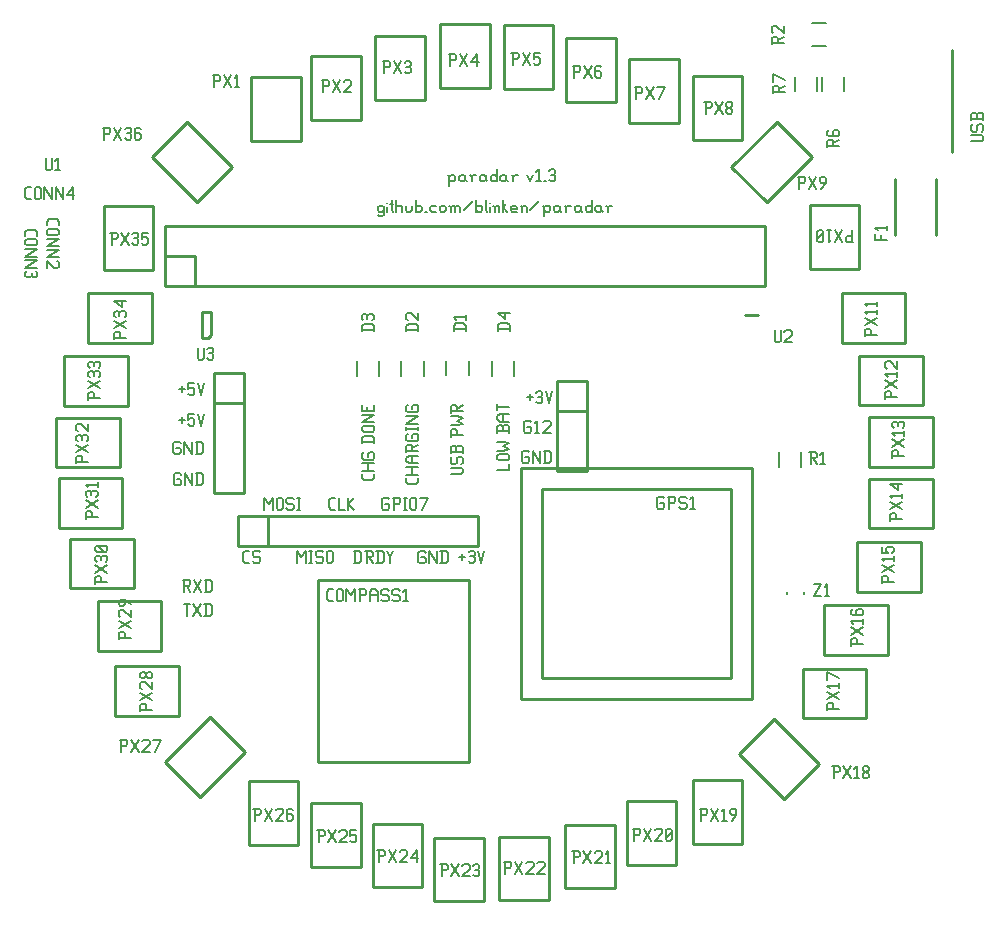
<source format=gbr>
G04 start of page 8 for group -4079 idx -4079 *
G04 Title: (unknown), topsilk *
G04 Creator: pcb 4.2.0 *
G04 CreationDate: Fri Feb 14 02:49:43 2020 UTC *
G04 For: blinken *
G04 Format: Gerber/RS-274X *
G04 PCB-Dimensions (mm): 90.16 90.16 *
G04 PCB-Coordinate-Origin: lower left *
%MOMM*%
%FSLAX43Y43*%
%LNTOPSILK*%
%ADD70C,0.203*%
%ADD69C,0.254*%
%ADD68C,0.200*%
G54D68*X33560Y48798D02*Y48468D01*
X33382Y48290D02*X33560Y48468D01*
X32722Y48290D02*X33382D01*
X32722D02*X32544Y48468D01*
Y48798D02*Y48468D01*
Y49103D02*X33560D01*
X32544Y49738D02*X33560D01*
X33052D02*Y49103D01*
X32798Y50043D02*X33560D01*
X32798D02*X32544Y50221D01*
Y50500D02*Y50221D01*
Y50500D02*X32798Y50678D01*
X33560D01*
X33052D02*Y50043D01*
X32544Y51491D02*Y50983D01*
Y51491D02*X32671Y51618D01*
X32925D01*
X33052Y51491D02*X32925Y51618D01*
X33052Y51491D02*Y51110D01*
X32544D02*X33560D01*
X33052Y51313D02*X33560Y51618D01*
X32544Y52430D02*X32671Y52557D01*
X32544Y52430D02*Y52049D01*
X32671Y51922D02*X32544Y52049D01*
X32671Y51922D02*X33433D01*
X33560Y52049D01*
Y52430D02*Y52049D01*
Y52430D02*X33433Y52557D01*
X33179D02*X33433D01*
X33052Y52430D02*X33179Y52557D01*
X33052Y52430D02*Y52176D01*
X32544Y53116D02*Y52862D01*
Y52989D02*X33560D01*
Y53116D02*Y52862D01*
X32544Y53421D02*X33560D01*
X32544D02*X33560Y54056D01*
X32544D02*X33560D01*
X32544Y54869D02*X32671Y54996D01*
X32544Y54869D02*Y54488D01*
X32671Y54361D02*X32544Y54488D01*
X32671Y54361D02*X33433D01*
X33560Y54488D01*
Y54869D02*Y54488D01*
Y54869D02*X33433Y54996D01*
X33179D02*X33433D01*
X33052Y54869D02*X33179Y54996D01*
X33052Y54869D02*Y54615D01*
X29810Y49128D02*Y48798D01*
X29632Y48620D02*X29810Y48798D01*
X28972Y48620D02*X29632D01*
X28972D02*X28794Y48798D01*
Y49128D02*Y48798D01*
Y49433D02*X29810D01*
X28794Y50068D02*X29810D01*
X29302D02*Y49433D01*
X28794Y50881D02*X28921Y51008D01*
X28794Y50881D02*Y50500D01*
X28921Y50373D02*X28794Y50500D01*
X28921Y50373D02*X29683D01*
X29810Y50500D01*
Y50881D02*Y50500D01*
Y50881D02*X29683Y51008D01*
X29429D02*X29683D01*
X29302Y50881D02*X29429Y51008D01*
X29302Y50881D02*Y50627D01*
X28794Y51897D02*X29810D01*
X28794Y52227D02*X28972Y52405D01*
X29632D01*
X29810Y52227D02*X29632Y52405D01*
X29810Y52227D02*Y51770D01*
X28794Y52227D02*Y51770D01*
X28921Y52710D02*X29683D01*
X28921D02*X28794Y52837D01*
Y53091D02*Y52837D01*
Y53091D02*X28921Y53218D01*
X29683D01*
X29810Y53091D02*X29683Y53218D01*
X29810Y53091D02*Y52837D01*
X29683Y52710D02*X29810Y52837D01*
X28794Y53522D02*X29810D01*
X28794D02*X29810Y54157D01*
X28794D02*X29810D01*
X29251Y54843D02*Y54462D01*
X29810Y54970D02*Y54462D01*
X28794D02*X29810D01*
X28794Y54970D02*Y54462D01*
X36324Y49170D02*X37213D01*
X37340Y49297D01*
Y49551D02*Y49297D01*
Y49551D02*X37213Y49678D01*
X36324D02*X37213D01*
X36324Y50491D02*X36451Y50618D01*
X36324Y50491D02*Y50110D01*
X36451Y49983D02*X36324Y50110D01*
X36451Y49983D02*X36705D01*
X36832Y50110D01*
Y50491D02*Y50110D01*
Y50491D02*X36959Y50618D01*
X37213D01*
X37340Y50491D02*X37213Y50618D01*
X37340Y50491D02*Y50110D01*
X37213Y49983D02*X37340Y50110D01*
Y51431D02*Y50923D01*
Y51431D02*X37213Y51558D01*
X36908D02*X37213D01*
X36781Y51431D02*X36908Y51558D01*
X36781Y51431D02*Y51050D01*
X36324D02*X37340D01*
X36324Y51431D02*Y50923D01*
Y51431D02*X36451Y51558D01*
X36654D01*
X36781Y51431D02*X36654Y51558D01*
X36324Y52447D02*X37340D01*
X36324Y52828D02*Y52320D01*
Y52828D02*X36451Y52955D01*
X36705D01*
X36832Y52828D02*X36705Y52955D01*
X36832Y52828D02*Y52447D01*
X36324Y53260D02*X36832D01*
X37340Y53387D01*
X36832Y53641D01*
X37340Y53895D01*
X36832Y54022D01*
X36324D02*X36832D01*
X36324Y54834D02*Y54326D01*
Y54834D02*X36451Y54961D01*
X36705D01*
X36832Y54834D02*X36705Y54961D01*
X36832Y54834D02*Y54453D01*
X36324D02*X37340D01*
X36832Y54657D02*X37340Y54961D01*
X13290Y56348D02*X13798D01*
X13544Y56602D02*Y56094D01*
X14103Y56856D02*X14611D01*
X14103D02*Y56348D01*
X14230Y56475D01*
X14484D01*
X14611Y56348D01*
Y55967D01*
X14484Y55840D02*X14611Y55967D01*
X14230Y55840D02*X14484D01*
X14103Y55967D02*X14230Y55840D01*
X14916Y56856D02*X15170Y55840D01*
X15424Y56856D01*
X13290Y53758D02*X13798D01*
X13544Y54012D02*Y53504D01*
X14103Y54266D02*X14611D01*
X14103D02*Y53758D01*
X14230Y53885D01*
X14484D01*
X14611Y53758D01*
Y53377D01*
X14484Y53250D02*X14611Y53377D01*
X14230Y53250D02*X14484D01*
X14103Y53377D02*X14230Y53250D01*
X14916Y54266D02*X15170Y53250D01*
X15424Y54266D01*
X13328Y51866D02*X13455Y51739D01*
X12947Y51866D02*X13328D01*
X12820Y51739D02*X12947Y51866D01*
X12820Y51739D02*Y50977D01*
X12947Y50850D01*
X13328D01*
X13455Y50977D01*
Y51231D02*Y50977D01*
X13328Y51358D02*X13455Y51231D01*
X13074Y51358D02*X13328D01*
X13760Y51866D02*Y50850D01*
Y51866D02*X14395Y50850D01*
Y51866D02*Y50850D01*
X14827Y51866D02*Y50850D01*
X15157Y51866D02*X15335Y51688D01*
Y51028D01*
X15157Y50850D02*X15335Y51028D01*
X14700Y50850D02*X15157D01*
X14700Y51866D02*X15157D01*
X13358Y49236D02*X13485Y49109D01*
X12977Y49236D02*X13358D01*
X12850Y49109D02*X12977Y49236D01*
X12850Y49109D02*Y48347D01*
X12977Y48220D01*
X13358D01*
X13485Y48347D01*
Y48601D02*Y48347D01*
X13358Y48728D02*X13485Y48601D01*
X13104Y48728D02*X13358D01*
X13790Y49236D02*Y48220D01*
Y49236D02*X14425Y48220D01*
Y49236D02*Y48220D01*
X14857Y49236D02*Y48220D01*
X15187Y49236D02*X15365Y49058D01*
Y48398D01*
X15187Y48220D02*X15365Y48398D01*
X14730Y48220D02*X15187D01*
X14730Y49236D02*X15187D01*
X13690Y38176D02*X14198D01*
X13944D02*Y37160D01*
X14503D02*X15138Y38176D01*
X14503D02*X15138Y37160D01*
X15570Y38176D02*Y37160D01*
X15900Y38176D02*X16078Y37998D01*
Y37338D01*
X15900Y37160D02*X16078Y37338D01*
X15443Y37160D02*X15900D01*
X15443Y38176D02*X15900D01*
X13610Y40186D02*X14118D01*
X14245Y40059D01*
Y39805D01*
X14118Y39678D02*X14245Y39805D01*
X13737Y39678D02*X14118D01*
X13737Y40186D02*Y39170D01*
X13940Y39678D02*X14245Y39170D01*
X14550D02*X15185Y40186D01*
X14550D02*X15185Y39170D01*
X15617Y40186D02*Y39170D01*
X15947Y40186D02*X16125Y40008D01*
Y39348D01*
X15947Y39170D02*X16125Y39348D01*
X15490Y39170D02*X15947D01*
X15490Y40186D02*X15947D01*
X40259Y49506D02*X41275D01*
Y50014D02*Y49506D01*
X40386Y50319D02*X41148D01*
X40386D02*X40259Y50446D01*
Y50700D02*Y50446D01*
Y50700D02*X40386Y50827D01*
X41148D01*
X41275Y50700D02*X41148Y50827D01*
X41275Y50700D02*Y50446D01*
X41148Y50319D02*X41275Y50446D01*
X40259Y51132D02*X40767D01*
X41275Y51259D01*
X40767Y51513D01*
X41275Y51767D01*
X40767Y51894D01*
X40259D02*X40767D01*
X41275Y53164D02*Y52656D01*
Y53164D02*X41148Y53291D01*
X40843D02*X41148D01*
X40716Y53164D02*X40843Y53291D01*
X40716Y53164D02*Y52783D01*
X40259D02*X41275D01*
X40259Y53164D02*Y52656D01*
Y53164D02*X40386Y53291D01*
X40589D01*
X40716Y53164D02*X40589Y53291D01*
X40513Y53596D02*X41275D01*
X40513D02*X40259Y53774D01*
Y54053D02*Y53774D01*
Y54053D02*X40513Y54231D01*
X41275D01*
X40767D02*Y53596D01*
X40259Y55044D02*Y54536D01*
Y54790D02*X41275D01*
X42750Y55648D02*X43258D01*
X43004Y55902D02*Y55394D01*
X43563Y56029D02*X43690Y56156D01*
X43944D01*
X44071Y56029D01*
X43944Y55140D02*X44071Y55267D01*
X43690Y55140D02*X43944D01*
X43563Y55267D02*X43690Y55140D01*
Y55699D02*X43944D01*
X44071Y56029D02*Y55826D01*
Y55572D02*Y55267D01*
Y55572D02*X43944Y55699D01*
X44071Y55826D02*X43944Y55699D01*
X44376Y56156D02*X44630Y55140D01*
X44884Y56156D01*
X42828Y51116D02*X42955Y50989D01*
X42447Y51116D02*X42828D01*
X42320Y50989D02*X42447Y51116D01*
X42320Y50989D02*Y50227D01*
X42447Y50100D01*
X42828D01*
X42955Y50227D01*
Y50481D02*Y50227D01*
X42828Y50608D02*X42955Y50481D01*
X42574Y50608D02*X42828D01*
X43260Y51116D02*Y50100D01*
Y51116D02*X43895Y50100D01*
Y51116D02*Y50100D01*
X44327Y51116D02*Y50100D01*
X44657Y51116D02*X44835Y50938D01*
Y50278D01*
X44657Y50100D02*X44835Y50278D01*
X44200Y50100D02*X44657D01*
X44200Y51116D02*X44657D01*
X36197Y74331D02*Y73569D01*
X36070Y74458D02*X36197Y74331D01*
X36324Y74458D01*
X36578D01*
X36705Y74331D01*
Y74077D01*
X36578Y73950D02*X36705Y74077D01*
X36324Y73950D02*X36578D01*
X36197Y74077D02*X36324Y73950D01*
X37391Y74458D02*X37518Y74331D01*
X37137Y74458D02*X37391D01*
X37010Y74331D02*X37137Y74458D01*
X37010Y74331D02*Y74077D01*
X37137Y73950D01*
X37518Y74458D02*Y74077D01*
X37645Y73950D01*
X37137D02*X37391D01*
X37518Y74077D01*
X38077Y74331D02*Y73950D01*
Y74331D02*X38204Y74458D01*
X38458D01*
X37950D02*X38077Y74331D01*
X39143Y74458D02*X39270Y74331D01*
X38889Y74458D02*X39143D01*
X38762Y74331D02*X38889Y74458D01*
X38762Y74331D02*Y74077D01*
X38889Y73950D01*
X39270Y74458D02*Y74077D01*
X39397Y73950D01*
X38889D02*X39143D01*
X39270Y74077D01*
X40210Y74966D02*Y73950D01*
X40083D02*X40210Y74077D01*
X39829Y73950D02*X40083D01*
X39702Y74077D02*X39829Y73950D01*
X39702Y74331D02*Y74077D01*
Y74331D02*X39829Y74458D01*
X40083D01*
X40210Y74331D01*
X40896Y74458D02*X41023Y74331D01*
X40642Y74458D02*X40896D01*
X40515Y74331D02*X40642Y74458D01*
X40515Y74331D02*Y74077D01*
X40642Y73950D01*
X41023Y74458D02*Y74077D01*
X41150Y73950D01*
X40642D02*X40896D01*
X41023Y74077D01*
X41582Y74331D02*Y73950D01*
Y74331D02*X41709Y74458D01*
X41963D01*
X41455D02*X41582Y74331D01*
X42725Y74458D02*X42979Y73950D01*
X43233Y74458D02*X42979Y73950D01*
X43538Y74763D02*X43741Y74966D01*
Y73950D01*
X43538D02*X43919D01*
X44223D02*X44350D01*
X44655Y74839D02*X44782Y74966D01*
X45036D01*
X45163Y74839D01*
X45036Y73950D02*X45163Y74077D01*
X44782Y73950D02*X45036D01*
X44655Y74077D02*X44782Y73950D01*
Y74509D02*X45036D01*
X45163Y74839D02*Y74636D01*
Y74382D02*Y74077D01*
Y74382D02*X45036Y74509D01*
X45163Y74636D02*X45036Y74509D01*
X30511Y71878D02*X30638Y71751D01*
X30257Y71878D02*X30511D01*
X30130Y71751D02*X30257Y71878D01*
X30130Y71751D02*Y71497D01*
X30257Y71370D01*
X30511D01*
X30638Y71497D01*
X30130Y71116D02*X30257Y70989D01*
X30511D01*
X30638Y71116D01*
Y71878D02*Y71116D01*
X30943Y72132D02*Y72107D01*
Y71751D02*Y71370D01*
X31324Y72386D02*Y71497D01*
X31451Y71370D01*
X31197Y72005D02*X31451D01*
X31705Y72386D02*Y71370D01*
Y71751D02*X31832Y71878D01*
X32086D01*
X32213Y71751D01*
Y71370D01*
X32518Y71878D02*Y71497D01*
X32645Y71370D01*
X32899D01*
X33026Y71497D01*
Y71878D02*Y71497D01*
X33330Y72386D02*Y71370D01*
Y71497D02*X33457Y71370D01*
X33711D01*
X33838Y71497D01*
Y71751D02*Y71497D01*
X33711Y71878D02*X33838Y71751D01*
X33457Y71878D02*X33711D01*
X33330Y71751D02*X33457Y71878D01*
X34143Y71370D02*X34270D01*
X34702Y71878D02*X35083D01*
X34575Y71751D02*X34702Y71878D01*
X34575Y71751D02*Y71497D01*
X34702Y71370D01*
X35083D01*
X35388Y71751D02*Y71497D01*
Y71751D02*X35515Y71878D01*
X35769D01*
X35896Y71751D01*
Y71497D01*
X35769Y71370D02*X35896Y71497D01*
X35515Y71370D02*X35769D01*
X35388Y71497D02*X35515Y71370D01*
X36328Y71751D02*Y71370D01*
Y71751D02*X36455Y71878D01*
X36582D01*
X36709Y71751D01*
Y71370D01*
Y71751D02*X36836Y71878D01*
X36963D01*
X37090Y71751D01*
Y71370D01*
X36201Y71878D02*X36328Y71751D01*
X37394Y71497D02*X38156Y72259D01*
X38461Y72386D02*Y71370D01*
Y71497D02*X38588Y71370D01*
X38842D01*
X38969Y71497D01*
Y71751D02*Y71497D01*
X38842Y71878D02*X38969Y71751D01*
X38588Y71878D02*X38842D01*
X38461Y71751D02*X38588Y71878D01*
X39274Y72386D02*Y71497D01*
X39401Y71370D01*
X39655Y72132D02*Y72107D01*
Y71751D02*Y71370D01*
X40036Y71751D02*Y71370D01*
Y71751D02*X40163Y71878D01*
X40290D01*
X40417Y71751D01*
Y71370D01*
X39909Y71878D02*X40036Y71751D01*
X40722Y72386D02*Y71370D01*
Y71751D02*X41103Y71370D01*
X40722Y71751D02*X40976Y72005D01*
X41535Y71370D02*X41916D01*
X41408Y71497D02*X41535Y71370D01*
X41408Y71751D02*Y71497D01*
Y71751D02*X41535Y71878D01*
X41789D01*
X41916Y71751D01*
X41408Y71624D02*X41916D01*
Y71751D02*Y71624D01*
X42347Y71751D02*Y71370D01*
Y71751D02*X42474Y71878D01*
X42601D01*
X42728Y71751D01*
Y71370D01*
X42220Y71878D02*X42347Y71751D01*
X43033Y71497D02*X43795Y72259D01*
X44227Y71751D02*Y70989D01*
X44100Y71878D02*X44227Y71751D01*
X44354Y71878D01*
X44608D01*
X44735Y71751D01*
Y71497D01*
X44608Y71370D02*X44735Y71497D01*
X44354Y71370D02*X44608D01*
X44227Y71497D02*X44354Y71370D01*
X45421Y71878D02*X45548Y71751D01*
X45167Y71878D02*X45421D01*
X45040Y71751D02*X45167Y71878D01*
X45040Y71751D02*Y71497D01*
X45167Y71370D01*
X45548Y71878D02*Y71497D01*
X45675Y71370D01*
X45167D02*X45421D01*
X45548Y71497D01*
X46107Y71751D02*Y71370D01*
Y71751D02*X46234Y71878D01*
X46488D01*
X45980D02*X46107Y71751D01*
X47173Y71878D02*X47300Y71751D01*
X46919Y71878D02*X47173D01*
X46792Y71751D02*X46919Y71878D01*
X46792Y71751D02*Y71497D01*
X46919Y71370D01*
X47300Y71878D02*Y71497D01*
X47427Y71370D01*
X46919D02*X47173D01*
X47300Y71497D01*
X48240Y72386D02*Y71370D01*
X48113D02*X48240Y71497D01*
X47859Y71370D02*X48113D01*
X47732Y71497D02*X47859Y71370D01*
X47732Y71751D02*Y71497D01*
Y71751D02*X47859Y71878D01*
X48113D01*
X48240Y71751D01*
X48926Y71878D02*X49053Y71751D01*
X48672Y71878D02*X48926D01*
X48545Y71751D02*X48672Y71878D01*
X48545Y71751D02*Y71497D01*
X48672Y71370D01*
X49053Y71878D02*Y71497D01*
X49180Y71370D01*
X48672D02*X48926D01*
X49053Y71497D01*
X49612Y71751D02*Y71370D01*
Y71751D02*X49739Y71878D01*
X49993D01*
X49485D02*X49612Y71751D01*
X43008Y53656D02*X43135Y53529D01*
X42627Y53656D02*X43008D01*
X42500Y53529D02*X42627Y53656D01*
X42500Y53529D02*Y52767D01*
X42627Y52640D01*
X43008D01*
X43135Y52767D01*
Y53021D02*Y52767D01*
X43008Y53148D02*X43135Y53021D01*
X42754Y53148D02*X43008D01*
X43440Y53453D02*X43643Y53656D01*
Y52640D01*
X43440D02*X43821D01*
X44126Y53529D02*X44253Y53656D01*
X44634D01*
X44761Y53529D01*
Y53275D01*
X44126Y52640D02*X44761Y53275D01*
X44126Y52640D02*X44761D01*
X34048Y42616D02*X34175Y42489D01*
X33667Y42616D02*X34048D01*
X33540Y42489D02*X33667Y42616D01*
X33540Y42489D02*Y41727D01*
X33667Y41600D01*
X34048D01*
X34175Y41727D01*
Y41981D02*Y41727D01*
X34048Y42108D02*X34175Y41981D01*
X33794Y42108D02*X34048D01*
X34480Y42616D02*Y41600D01*
Y42616D02*X35115Y41600D01*
Y42616D02*Y41600D01*
X35547Y42616D02*Y41600D01*
X35877Y42616D02*X36055Y42438D01*
Y41778D01*
X35877Y41600D02*X36055Y41778D01*
X35420Y41600D02*X35877D01*
X35420Y42616D02*X35877D01*
X37000Y42148D02*X37508D01*
X37254Y42402D02*Y41894D01*
X37813Y42529D02*X37940Y42656D01*
X38194D01*
X38321Y42529D01*
X38194Y41640D02*X38321Y41767D01*
X37940Y41640D02*X38194D01*
X37813Y41767D02*X37940Y41640D01*
Y42199D02*X38194D01*
X38321Y42529D02*Y42326D01*
Y42072D02*Y41767D01*
Y42072D02*X38194Y42199D01*
X38321Y42326D02*X38194Y42199D01*
X38626Y42656D02*X38880Y41640D01*
X39134Y42656D01*
X28237Y42616D02*Y41600D01*
X28567Y42616D02*X28745Y42438D01*
Y41778D01*
X28567Y41600D02*X28745Y41778D01*
X28110Y41600D02*X28567D01*
X28110Y42616D02*X28567D01*
X29050D02*X29558D01*
X29685Y42489D01*
Y42235D01*
X29558Y42108D02*X29685Y42235D01*
X29177Y42108D02*X29558D01*
X29177Y42616D02*Y41600D01*
X29380Y42108D02*X29685Y41600D01*
X30117Y42616D02*Y41600D01*
X30447Y42616D02*X30625Y42438D01*
Y41778D01*
X30447Y41600D02*X30625Y41778D01*
X29990Y41600D02*X30447D01*
X29990Y42616D02*X30447D01*
X30929D02*X31183Y42108D01*
X31437Y42616D01*
X31183Y42108D02*Y41600D01*
X23250Y42656D02*Y41640D01*
Y42656D02*X23631Y42148D01*
X24012Y42656D01*
Y41640D01*
X24317Y42656D02*X24571D01*
X24444D02*Y41640D01*
X24317D02*X24571D01*
X25384Y42656D02*X25511Y42529D01*
X25003Y42656D02*X25384D01*
X24876Y42529D02*X25003Y42656D01*
X24876Y42529D02*Y42275D01*
X25003Y42148D01*
X25384D01*
X25511Y42021D01*
Y41767D01*
X25384Y41640D02*X25511Y41767D01*
X25003Y41640D02*X25384D01*
X24876Y41767D02*X25003Y41640D01*
X25815Y42529D02*Y41767D01*
Y42529D02*X25942Y42656D01*
X26196D01*
X26323Y42529D01*
Y41767D01*
X26196Y41640D02*X26323Y41767D01*
X25942Y41640D02*X26196D01*
X25815Y41767D02*X25942Y41640D01*
X18928D02*X19258D01*
X18750Y41818D02*X18928Y41640D01*
X18750Y42478D02*Y41818D01*
Y42478D02*X18928Y42656D01*
X19258D01*
X20071D02*X20198Y42529D01*
X19690Y42656D02*X20071D01*
X19563Y42529D02*X19690Y42656D01*
X19563Y42529D02*Y42275D01*
X19690Y42148D01*
X20071D01*
X20198Y42021D01*
Y41767D01*
X20071Y41640D02*X20198Y41767D01*
X19690Y41640D02*X20071D01*
X19563Y41767D02*X19690Y41640D01*
X30968Y47126D02*X31095Y46999D01*
X30587Y47126D02*X30968D01*
X30460Y46999D02*X30587Y47126D01*
X30460Y46999D02*Y46237D01*
X30587Y46110D01*
X30968D01*
X31095Y46237D01*
Y46491D02*Y46237D01*
X30968Y46618D02*X31095Y46491D01*
X30714Y46618D02*X30968D01*
X31527Y47126D02*Y46110D01*
X31400Y47126D02*X31908D01*
X32035Y46999D01*
Y46745D01*
X31908Y46618D02*X32035Y46745D01*
X31527Y46618D02*X31908D01*
X32340Y47126D02*X32594D01*
X32467D02*Y46110D01*
X32340D02*X32594D01*
X32898Y46999D02*Y46237D01*
Y46999D02*X33025Y47126D01*
X33279D01*
X33406Y46999D01*
Y46237D01*
X33279Y46110D02*X33406Y46237D01*
X33025Y46110D02*X33279D01*
X32898Y46237D02*X33025Y46110D01*
X33838D02*X34346Y47126D01*
X33711D02*X34346D01*
X26178Y46140D02*X26508D01*
X26000Y46318D02*X26178Y46140D01*
X26000Y46978D02*Y46318D01*
Y46978D02*X26178Y47156D01*
X26508D01*
X26813D02*Y46140D01*
X27321D01*
X27626Y47156D02*Y46140D01*
Y46648D02*X28134Y47156D01*
X27626Y46648D02*X28134Y46140D01*
X20500Y47156D02*Y46140D01*
Y47156D02*X20881Y46648D01*
X21262Y47156D01*
Y46140D01*
X21567Y47029D02*Y46267D01*
Y47029D02*X21694Y47156D01*
X21948D01*
X22075Y47029D01*
Y46267D01*
X21948Y46140D02*X22075Y46267D01*
X21694Y46140D02*X21948D01*
X21567Y46267D02*X21694Y46140D01*
X22888Y47156D02*X23015Y47029D01*
X22507Y47156D02*X22888D01*
X22380Y47029D02*X22507Y47156D01*
X22380Y47029D02*Y46775D01*
X22507Y46648D01*
X22888D01*
X23015Y46521D01*
Y46267D01*
X22888Y46140D02*X23015Y46267D01*
X22507Y46140D02*X22888D01*
X22380Y46267D02*X22507Y46140D01*
X23319Y47156D02*X23573D01*
X23446D02*Y46140D01*
X23319D02*X23573D01*
G54D69*X40800Y87160D02*X45000D01*
X40800D02*Y81760D01*
X45000D01*
Y87160D02*Y81760D01*
X46100Y86060D02*X50300D01*
X46100D02*Y80660D01*
X50300D01*
Y86060D02*Y80660D01*
X12140Y65100D02*X62940D01*
Y70180D02*Y65100D01*
X12140Y70180D02*X62940D01*
X12140D02*Y65100D01*
X14680Y67640D02*Y65100D01*
X12140Y67640D02*X14680D01*
X19400Y82760D02*X23600D01*
X19400D02*Y77360D01*
X23600D01*
Y82760D02*Y77360D01*
X24490Y84520D02*X28690D01*
X24490D02*Y79120D01*
X28690D01*
Y84520D02*Y79120D01*
X51400Y84260D02*X55600D01*
X51400D02*Y78860D01*
X55600D01*
Y84260D02*Y78860D01*
X35400Y87260D02*X39600D01*
X35400D02*Y81860D01*
X39600D01*
Y87260D02*Y81860D01*
X29900Y86260D02*X34100D01*
X29900D02*Y80860D01*
X34100D01*
Y86260D02*Y80860D01*
X44600Y13060D02*X40400D01*
X44600D02*Y18460D01*
X40400D01*
Y13060D02*Y18460D01*
X33900Y14160D02*X29700D01*
X33900D02*Y19560D01*
X29700D01*
Y14160D02*Y19560D01*
X28700Y15860D02*X24500D01*
X28700D02*Y21260D01*
X24500D01*
Y15860D02*Y21260D01*
X39100Y12960D02*X34900D01*
X39100D02*Y18360D01*
X34900D01*
Y12960D02*Y18360D01*
X18260Y43030D02*X38580D01*
Y45570D02*Y43030D01*
X18260Y45570D02*X38580D01*
X18260D02*Y43030D01*
X20800Y45570D02*Y43030D01*
X18260Y45570D02*X20800D01*
X25051Y40181D02*X37851D01*
X25051D02*Y24781D01*
X37851D01*
Y40181D02*Y24781D01*
X5600Y60260D02*Y64460D01*
Y60260D02*X11000D01*
Y64460D01*
X5600D02*X11000D01*
X15205Y62898D02*X16047D01*
Y60945D01*
X15793Y60691D01*
X15205D02*X15793D01*
X15205Y62898D02*Y60691D01*
X6910Y71820D02*X11110D01*
X6910D02*Y66420D01*
X11110D01*
Y71820D02*Y66420D01*
X11011Y75992D02*X13980Y78962D01*
X11011Y75992D02*X14829Y72174D01*
X17799Y75144D01*
X13980Y78962D02*X17799Y75144D01*
X23400Y17760D02*X19200D01*
X23400D02*Y23160D01*
X19200D01*
Y17760D02*Y23160D01*
X15104Y21779D02*X12134Y24749D01*
X15104Y21779D02*X18922Y25598D01*
X15952Y28567D01*
X12134Y24749D02*X15952Y28567D01*
X7900Y28660D02*Y32860D01*
Y28660D02*X13300D01*
Y32860D01*
X7900D02*X13300D01*
X6400Y34160D02*Y38360D01*
Y34160D02*X11800D01*
Y38360D01*
X6400D02*X11800D01*
X4100Y39460D02*Y43660D01*
Y39460D02*X9500D01*
Y43660D01*
X4100D02*X9500D01*
X3100Y44610D02*Y48810D01*
Y44610D02*X8500D01*
Y48810D01*
X3100D02*X8500D01*
X2900Y49710D02*Y53910D01*
Y49710D02*X8300D01*
Y53910D01*
X2900D02*X8300D01*
X3600Y54910D02*Y59110D01*
Y54910D02*X9000D01*
Y59110D01*
X3600D02*X9000D01*
X16298Y57685D02*Y47525D01*
X18838D01*
Y57685D01*
X16298D01*
Y55145D02*X18838D01*
Y57685D01*
X76300Y59160D02*Y54960D01*
Y59160D02*X70900D01*
Y54960D01*
X76300D02*X70900D01*
X77100Y53960D02*Y49760D01*
Y53960D02*X71700D01*
Y49760D01*
X77100D02*X71700D01*
X77100Y48760D02*Y44560D01*
Y48760D02*X71700D01*
Y44560D01*
X77100D02*X71700D01*
X76100Y43360D02*Y39160D01*
Y43360D02*X70700D01*
Y39160D01*
X76100D02*X70700D01*
X73300Y38060D02*Y33860D01*
Y38060D02*X67900D01*
Y33860D01*
X73300D02*X67900D01*
X71500Y32660D02*Y28460D01*
Y32660D02*X66100D01*
Y28460D01*
X71500D02*X66100D01*
X67470Y24630D02*X64500Y21660D01*
X67470Y24630D02*X63652Y28448D01*
X60682Y25478D01*
X64500Y21660D02*X60682Y25478D01*
X61000Y17860D02*X56800D01*
X61000D02*Y23260D01*
X56800D01*
Y17860D02*Y23260D01*
X55400Y16060D02*X51200D01*
X55400D02*Y21460D01*
X51200D01*
Y16060D02*Y21460D01*
X50200Y14060D02*X46000D01*
X50200D02*Y19460D01*
X46000D01*
Y14060D02*Y19460D01*
G54D70*X35920Y58694D02*Y57494D01*
X37820Y58694D02*Y57494D01*
X32135Y58687D02*Y57487D01*
X34035Y58687D02*Y57487D01*
X41684Y58684D02*Y57484D01*
X39784Y58684D02*Y57484D01*
X28339Y58691D02*Y57491D01*
X30239Y58691D02*Y57491D01*
G54D69*X61181Y62617D02*X62281D01*
G54D70*X65990Y50980D02*Y49780D01*
X64090Y50980D02*Y49780D01*
G54D69*X45268Y57032D02*Y49412D01*
X47808D01*
Y57032D01*
X45268D01*
Y54492D02*X47808D01*
Y57032D01*
X44037Y47879D02*X60037D01*
Y31879D01*
X44037D01*
Y47879D01*
X42287Y49629D02*Y30129D01*
X61787D01*
Y49629D01*
X42287D01*
G54D70*X64780Y39190D02*Y38990D01*
X66180Y39190D02*Y38990D01*
G54D69*X56800Y82860D02*X61000D01*
X56800D02*Y77460D01*
X61000D01*
Y82860D02*Y77460D01*
G54D70*X67347Y82795D02*Y81596D01*
X65447Y82795D02*Y81596D01*
X69620Y82790D02*Y81590D01*
X67720Y82790D02*Y81590D01*
X66870Y87300D02*X68070D01*
X66870Y85400D02*X68070D01*
G54D69*X63890Y78950D02*X66860Y75980D01*
X63890Y78950D02*X60072Y75132D01*
X63042Y72162D01*
X66860Y75980D02*X63042Y72162D01*
X74800Y64460D02*Y60260D01*
Y64460D02*X69400D01*
Y60260D01*
X74800D02*X69400D01*
X66700Y71930D02*X70900D01*
X66700D02*Y66530D01*
X70900D01*
Y71930D02*Y66530D01*
X78730Y85050D02*Y76400D01*
X73950Y74110D02*Y69410D01*
X77350Y74110D02*Y69410D01*
G54D68*X2000Y75886D02*Y74997D01*
X2127Y74870D01*
X2381D01*
X2508Y74997D01*
Y75886D02*Y74997D01*
X2813Y75683D02*X3016Y75886D01*
Y74870D01*
X2813D02*X3194D01*
X16277Y82906D02*Y81890D01*
X16150Y82906D02*X16658D01*
X16785Y82779D01*
Y82525D01*
X16658Y82398D02*X16785Y82525D01*
X16277Y82398D02*X16658D01*
X17090Y81890D02*X17725Y82906D01*
X17090D02*X17725Y81890D01*
X18030Y82703D02*X18233Y82906D01*
Y81890D01*
X18030D02*X18411D01*
X6977Y78478D02*Y77462D01*
X6850Y78478D02*X7358D01*
X7485Y78351D01*
Y78097D01*
X7358Y77970D02*X7485Y78097D01*
X6977Y77970D02*X7358D01*
X7790Y77462D02*X8425Y78478D01*
X7790D02*X8425Y77462D01*
X8730Y78351D02*X8857Y78478D01*
X9111D01*
X9238Y78351D01*
X9111Y77462D02*X9238Y77589D01*
X8857Y77462D02*X9111D01*
X8730Y77589D02*X8857Y77462D01*
Y78021D02*X9111D01*
X9238Y78351D02*Y78148D01*
Y77894D02*Y77589D01*
Y77894D02*X9111Y78021D01*
X9238Y78148D02*X9111Y78021D01*
X9924Y78478D02*X10051Y78351D01*
X9670Y78478D02*X9924D01*
X9543Y78351D02*X9670Y78478D01*
X9543Y78351D02*Y77589D01*
X9670Y77462D01*
X9924Y78021D02*X10051Y77894D01*
X9543Y78021D02*X9924D01*
X9670Y77462D02*X9924D01*
X10051Y77589D01*
Y77894D02*Y77589D01*
X7804Y60687D02*X8820D01*
X7804Y61068D02*Y60560D01*
Y61068D02*X7931Y61195D01*
X8185D01*
X8312Y61068D02*X8185Y61195D01*
X8312Y61068D02*Y60687D01*
X8820Y61500D02*X7804Y62135D01*
Y61500D02*X8820Y62135D01*
X7931Y62440D02*X7804Y62567D01*
Y62821D02*Y62567D01*
Y62821D02*X7931Y62948D01*
X8820Y62821D02*X8693Y62948D01*
X8820Y62821D02*Y62567D01*
X8693Y62440D02*X8820Y62567D01*
X8261Y62821D02*Y62567D01*
X7931Y62948D02*X8134D01*
X8388D02*X8693D01*
X8388D02*X8261Y62821D01*
X8134Y62948D02*X8261Y62821D01*
X8439Y63253D02*X7804Y63761D01*
X8439Y63888D02*Y63253D01*
X7804Y63761D02*X8820D01*
X7587Y69566D02*Y68550D01*
X7460Y69566D02*X7968D01*
X8095Y69439D01*
Y69185D01*
X7968Y69058D02*X8095Y69185D01*
X7587Y69058D02*X7968D01*
X8400Y68550D02*X9035Y69566D01*
X8400D02*X9035Y68550D01*
X9340Y69439D02*X9467Y69566D01*
X9721D01*
X9848Y69439D01*
X9721Y68550D02*X9848Y68677D01*
X9467Y68550D02*X9721D01*
X9340Y68677D02*X9467Y68550D01*
Y69109D02*X9721D01*
X9848Y69439D02*Y69236D01*
Y68982D02*Y68677D01*
Y68982D02*X9721Y69109D01*
X9848Y69236D02*X9721Y69109D01*
X10152Y69566D02*X10660D01*
X10152D02*Y69058D01*
X10279Y69185D01*
X10533D01*
X10660Y69058D01*
Y68677D01*
X10533Y68550D02*X10660Y68677D01*
X10279Y68550D02*X10533D01*
X10152Y68677D02*X10279Y68550D01*
X458Y72430D02*X788D01*
X280Y72608D02*X458Y72430D01*
X280Y73268D02*Y72608D01*
Y73268D02*X458Y73446D01*
X788D01*
X1093Y73319D02*Y72557D01*
Y73319D02*X1220Y73446D01*
X1474D01*
X1601Y73319D01*
Y72557D01*
X1474Y72430D02*X1601Y72557D01*
X1220Y72430D02*X1474D01*
X1093Y72557D02*X1220Y72430D01*
X1906Y73446D02*Y72430D01*
Y73446D02*X2541Y72430D01*
Y73446D02*Y72430D01*
X2845Y73446D02*Y72430D01*
Y73446D02*X3480Y72430D01*
Y73446D02*Y72430D01*
X3785Y72811D02*X4293Y73446D01*
X3785Y72811D02*X4420D01*
X4293Y73446D02*Y72430D01*
X278Y69644D02*Y69314D01*
X456Y69822D02*X278Y69644D01*
X456Y69822D02*X1116D01*
X1294Y69644D01*
Y69314D01*
X405Y69009D02*X1167D01*
X1294Y68882D01*
Y68628D01*
X1167Y68501D01*
X405D02*X1167D01*
X278Y68628D02*X405Y68501D01*
X278Y68882D02*Y68628D01*
X405Y69009D02*X278Y68882D01*
Y68196D02*X1294D01*
X278Y67561D01*
X1294D01*
X278Y67256D02*X1294D01*
X278Y66621D01*
X1294D01*
X1167Y66316D02*X1294Y66189D01*
Y65935D01*
X1167Y65808D01*
X278Y65935D02*X405Y65808D01*
X278Y66189D02*Y65935D01*
X405Y66316D02*X278Y66189D01*
X837D02*Y65935D01*
X964Y65808D02*X1167D01*
X405D02*X710D01*
X837Y65935D01*
X964Y65808D02*X837Y65935D01*
X2108Y70527D02*Y70197D01*
X2286Y70705D02*X2108Y70527D01*
X2286Y70705D02*X2947D01*
X3124Y70527D01*
Y70197D01*
X2235Y69892D02*X2997D01*
X3124Y69765D01*
Y69511D01*
X2997Y69384D01*
X2235D02*X2997D01*
X2108Y69511D02*X2235Y69384D01*
X2108Y69765D02*Y69511D01*
X2235Y69892D02*X2108Y69765D01*
Y69079D02*X3124D01*
X2108Y68444D01*
X3124D01*
X2108Y68140D02*X3124D01*
X2108Y67505D01*
X3124D01*
X2997Y67200D02*X3124Y67073D01*
Y66692D01*
X2997Y66565D01*
X2743D02*X2997D01*
X2108Y67200D02*X2743Y66565D01*
X2108Y67200D02*Y66565D01*
X36277Y84706D02*Y83690D01*
X36150Y84706D02*X36658D01*
X36785Y84579D01*
Y84325D01*
X36658Y84198D02*X36785Y84325D01*
X36277Y84198D02*X36658D01*
X37090Y83690D02*X37725Y84706D01*
X37090D02*X37725Y83690D01*
X38030Y84071D02*X38538Y84706D01*
X38030Y84071D02*X38665D01*
X38538Y84706D02*Y83690D01*
X41577Y84806D02*Y83790D01*
X41450Y84806D02*X41958D01*
X42085Y84679D01*
Y84425D01*
X41958Y84298D02*X42085Y84425D01*
X41577Y84298D02*X41958D01*
X42390Y83790D02*X43025Y84806D01*
X42390D02*X43025Y83790D01*
X43330Y84806D02*X43838D01*
X43330D02*Y84298D01*
X43457Y84425D01*
X43711D01*
X43838Y84298D01*
Y83917D01*
X43711Y83790D02*X43838Y83917D01*
X43457Y83790D02*X43711D01*
X43330Y83917D02*X43457Y83790D01*
X46777Y83706D02*Y82690D01*
X46650Y83706D02*X47158D01*
X47285Y83579D01*
Y83325D01*
X47158Y83198D02*X47285Y83325D01*
X46777Y83198D02*X47158D01*
X47590Y82690D02*X48225Y83706D01*
X47590D02*X48225Y82690D01*
X48911Y83706D02*X49038Y83579D01*
X48657Y83706D02*X48911D01*
X48530Y83579D02*X48657Y83706D01*
X48530Y83579D02*Y82817D01*
X48657Y82690D01*
X48911Y83249D02*X49038Y83122D01*
X48530Y83249D02*X48911D01*
X48657Y82690D02*X48911D01*
X49038Y82817D01*
Y83122D02*Y82817D01*
X52027Y81906D02*Y80890D01*
X51900Y81906D02*X52408D01*
X52535Y81779D01*
Y81525D01*
X52408Y81398D02*X52535Y81525D01*
X52027Y81398D02*X52408D01*
X52840Y80890D02*X53475Y81906D01*
X52840D02*X53475Y80890D01*
X53907D02*X54415Y81906D01*
X53780D02*X54415D01*
X25507Y82476D02*Y81460D01*
X25380Y82476D02*X25888D01*
X26015Y82349D01*
Y82095D01*
X25888Y81968D02*X26015Y82095D01*
X25507Y81968D02*X25888D01*
X26320Y81460D02*X26955Y82476D01*
X26320D02*X26955Y81460D01*
X27260Y82349D02*X27387Y82476D01*
X27768D01*
X27895Y82349D01*
Y82095D01*
X27260Y81460D02*X27895Y82095D01*
X27260Y81460D02*X27895D01*
X30677Y84106D02*Y83090D01*
X30550Y84106D02*X31058D01*
X31185Y83979D01*
Y83725D01*
X31058Y83598D02*X31185Y83725D01*
X30677Y83598D02*X31058D01*
X31490Y83090D02*X32125Y84106D01*
X31490D02*X32125Y83090D01*
X32430Y83979D02*X32557Y84106D01*
X32811D01*
X32938Y83979D01*
X32811Y83090D02*X32938Y83217D01*
X32557Y83090D02*X32811D01*
X32430Y83217D02*X32557Y83090D01*
Y83649D02*X32811D01*
X32938Y83979D02*Y83776D01*
Y83522D02*Y83217D01*
Y83522D02*X32811Y83649D01*
X32938Y83776D02*X32811Y83649D01*
X19727Y20806D02*Y19790D01*
X19600Y20806D02*X20108D01*
X20235Y20679D01*
Y20425D01*
X20108Y20298D02*X20235Y20425D01*
X19727Y20298D02*X20108D01*
X20540Y19790D02*X21175Y20806D01*
X20540D02*X21175Y19790D01*
X21480Y20679D02*X21607Y20806D01*
X21988D01*
X22115Y20679D01*
Y20425D01*
X21480Y19790D02*X22115Y20425D01*
X21480Y19790D02*X22115D01*
X22800Y20806D02*X22927Y20679D01*
X22546Y20806D02*X22800D01*
X22419Y20679D02*X22546Y20806D01*
X22419Y20679D02*Y19917D01*
X22546Y19790D01*
X22800Y20349D02*X22927Y20222D01*
X22419Y20349D02*X22800D01*
X22546Y19790D02*X22800D01*
X22927Y19917D01*
Y20222D02*Y19917D01*
X8427Y26656D02*Y25640D01*
X8300Y26656D02*X8808D01*
X8935Y26529D01*
Y26275D01*
X8808Y26148D02*X8935Y26275D01*
X8427Y26148D02*X8808D01*
X9240Y25640D02*X9875Y26656D01*
X9240D02*X9875Y25640D01*
X10180Y26529D02*X10307Y26656D01*
X10688D01*
X10815Y26529D01*
Y26275D01*
X10180Y25640D02*X10815Y26275D01*
X10180Y25640D02*X10815D01*
X11246D02*X11754Y26656D01*
X11119D02*X11754D01*
X10004Y29187D02*X11020D01*
X10004Y29568D02*Y29060D01*
Y29568D02*X10131Y29695D01*
X10385D01*
X10512Y29568D02*X10385Y29695D01*
X10512Y29568D02*Y29187D01*
X11020Y30000D02*X10004Y30635D01*
Y30000D02*X11020Y30635D01*
X10131Y30940D02*X10004Y31067D01*
Y31448D02*Y31067D01*
Y31448D02*X10131Y31575D01*
X10385D01*
X11020Y30940D02*X10385Y31575D01*
X11020D02*Y30940D01*
X10893Y31880D02*X11020Y32007D01*
X10690Y31880D02*X10893D01*
X10690D02*X10512Y32057D01*
Y32210D02*Y32057D01*
Y32210D02*X10690Y32388D01*
X10893D01*
X11020Y32261D02*X10893Y32388D01*
X11020Y32261D02*Y32007D01*
X10334Y31880D02*X10512Y32057D01*
X10131Y31880D02*X10334D01*
X10131D02*X10004Y32007D01*
Y32261D02*Y32007D01*
Y32261D02*X10131Y32388D01*
X10334D01*
X10512Y32210D02*X10334Y32388D01*
X8204Y35287D02*X9220D01*
X8204Y35668D02*Y35160D01*
Y35668D02*X8331Y35795D01*
X8585D01*
X8712Y35668D02*X8585Y35795D01*
X8712Y35668D02*Y35287D01*
X9220Y36100D02*X8204Y36735D01*
Y36100D02*X9220Y36735D01*
X8331Y37040D02*X8204Y37167D01*
Y37548D02*Y37167D01*
Y37548D02*X8331Y37675D01*
X8585D01*
X9220Y37040D02*X8585Y37675D01*
X9220D02*Y37040D01*
Y38107D02*X8712Y38488D01*
X8331D02*X8712D01*
X8204Y38361D02*X8331Y38488D01*
X8204Y38361D02*Y38107D01*
X8331Y37980D02*X8204Y38107D01*
X8331Y37980D02*X8585D01*
X8712Y38107D01*
Y38488D02*Y38107D01*
X6204Y39987D02*X7220D01*
X6204Y40368D02*Y39860D01*
Y40368D02*X6331Y40495D01*
X6585D01*
X6712Y40368D02*X6585Y40495D01*
X6712Y40368D02*Y39987D01*
X7220Y40800D02*X6204Y41435D01*
Y40800D02*X7220Y41435D01*
X6331Y41740D02*X6204Y41867D01*
Y42121D02*Y41867D01*
Y42121D02*X6331Y42248D01*
X7220Y42121D02*X7093Y42248D01*
X7220Y42121D02*Y41867D01*
X7093Y41740D02*X7220Y41867D01*
X6661Y42121D02*Y41867D01*
X6331Y42248D02*X6534D01*
X6788D02*X7093D01*
X6788D02*X6661Y42121D01*
X6534Y42248D02*X6661Y42121D01*
X7093Y42553D02*X7220Y42680D01*
X6331Y42553D02*X7093D01*
X6331D02*X6204Y42680D01*
Y42934D02*Y42680D01*
Y42934D02*X6331Y43061D01*
X7093D01*
X7220Y42934D02*X7093Y43061D01*
X7220Y42934D02*Y42680D01*
X6966Y42553D02*X6458Y43061D01*
X26024Y38359D02*X26354D01*
X25846Y38537D02*X26024Y38359D01*
X25846Y39197D02*Y38537D01*
Y39197D02*X26024Y39375D01*
X26354D01*
X26659Y39248D02*Y38486D01*
Y39248D02*X26786Y39375D01*
X27040D01*
X27167Y39248D01*
Y38486D01*
X27040Y38359D02*X27167Y38486D01*
X26786Y38359D02*X27040D01*
X26659Y38486D02*X26786Y38359D01*
X27471Y39375D02*Y38359D01*
Y39375D02*X27852Y38867D01*
X28233Y39375D01*
Y38359D01*
X28665Y39375D02*Y38359D01*
X28538Y39375D02*X29046D01*
X29173Y39248D01*
Y38994D01*
X29046Y38867D02*X29173Y38994D01*
X28665Y38867D02*X29046D01*
X29478Y39121D02*Y38359D01*
Y39121D02*X29656Y39375D01*
X29935D01*
X30113Y39121D01*
Y38359D01*
X29478Y38867D02*X30113D01*
X30926Y39375D02*X31053Y39248D01*
X30545Y39375D02*X30926D01*
X30418Y39248D02*X30545Y39375D01*
X30418Y39248D02*Y38994D01*
X30545Y38867D01*
X30926D01*
X31053Y38740D01*
Y38486D01*
X30926Y38359D02*X31053Y38486D01*
X30545Y38359D02*X30926D01*
X30418Y38486D02*X30545Y38359D01*
X31866Y39375D02*X31993Y39248D01*
X31485Y39375D02*X31866D01*
X31358Y39248D02*X31485Y39375D01*
X31358Y39248D02*Y38994D01*
X31485Y38867D01*
X31866D01*
X31993Y38740D01*
Y38486D01*
X31866Y38359D02*X31993Y38486D01*
X31485Y38359D02*X31866D01*
X31358Y38486D02*X31485Y38359D01*
X32297Y39172D02*X32501Y39375D01*
Y38359D01*
X32297D02*X32678D01*
X5404Y45487D02*X6420D01*
X5404Y45868D02*Y45360D01*
Y45868D02*X5531Y45995D01*
X5785D01*
X5912Y45868D02*X5785Y45995D01*
X5912Y45868D02*Y45487D01*
X6420Y46300D02*X5404Y46935D01*
Y46300D02*X6420Y46935D01*
X5531Y47240D02*X5404Y47367D01*
Y47621D02*Y47367D01*
Y47621D02*X5531Y47748D01*
X6420Y47621D02*X6293Y47748D01*
X6420Y47621D02*Y47367D01*
X6293Y47240D02*X6420Y47367D01*
X5861Y47621D02*Y47367D01*
X5531Y47748D02*X5734D01*
X5988D02*X6293D01*
X5988D02*X5861Y47621D01*
X5734Y47748D02*X5861Y47621D01*
X5607Y48053D02*X5404Y48256D01*
X6420D01*
Y48434D02*Y48053D01*
X54265Y47235D02*X54392Y47108D01*
X53884Y47235D02*X54265D01*
X53757Y47108D02*X53884Y47235D01*
X53757Y47108D02*Y46346D01*
X53884Y46219D01*
X54265D01*
X54392Y46346D01*
Y46600D02*Y46346D01*
X54265Y46727D02*X54392Y46600D01*
X54011Y46727D02*X54265D01*
X54824Y47235D02*Y46219D01*
X54697Y47235D02*X55205D01*
X55332Y47108D01*
Y46854D01*
X55205Y46727D02*X55332Y46854D01*
X54824Y46727D02*X55205D01*
X56145Y47235D02*X56272Y47108D01*
X55764Y47235D02*X56145D01*
X55637Y47108D02*X55764Y47235D01*
X55637Y47108D02*Y46854D01*
X55764Y46727D01*
X56145D01*
X56272Y46600D01*
Y46346D01*
X56145Y46219D02*X56272Y46346D01*
X55764Y46219D02*X56145D01*
X55637Y46346D02*X55764Y46219D01*
X56577Y47031D02*X56780Y47235D01*
Y46219D01*
X56577D02*X56958D01*
X4604Y50187D02*X5620D01*
X4604Y50568D02*Y50060D01*
Y50568D02*X4731Y50695D01*
X4985D01*
X5112Y50568D02*X4985Y50695D01*
X5112Y50568D02*Y50187D01*
X5620Y51000D02*X4604Y51635D01*
Y51000D02*X5620Y51635D01*
X4731Y51940D02*X4604Y52067D01*
Y52321D02*Y52067D01*
Y52321D02*X4731Y52448D01*
X5620Y52321D02*X5493Y52448D01*
X5620Y52321D02*Y52067D01*
X5493Y51940D02*X5620Y52067D01*
X5061Y52321D02*Y52067D01*
X4731Y52448D02*X4934D01*
X5188D02*X5493D01*
X5188D02*X5061Y52321D01*
X4934Y52448D02*X5061Y52321D01*
X4731Y52753D02*X4604Y52880D01*
Y53261D02*Y52880D01*
Y53261D02*X4731Y53388D01*
X4985D01*
X5620Y52753D02*X4985Y53388D01*
X5620D02*Y52753D01*
X5604Y55587D02*X6620D01*
X5604Y55968D02*Y55460D01*
Y55968D02*X5731Y56095D01*
X5985D01*
X6112Y55968D02*X5985Y56095D01*
X6112Y55968D02*Y55587D01*
X6620Y56400D02*X5604Y57035D01*
Y56400D02*X6620Y57035D01*
X5731Y57340D02*X5604Y57467D01*
Y57721D02*Y57467D01*
Y57721D02*X5731Y57848D01*
X6620Y57721D02*X6493Y57848D01*
X6620Y57721D02*Y57467D01*
X6493Y57340D02*X6620Y57467D01*
X6061Y57721D02*Y57467D01*
X5731Y57848D02*X5934D01*
X6188D02*X6493D01*
X6188D02*X6061Y57721D01*
X5934Y57848D02*X6061Y57721D01*
X5731Y58153D02*X5604Y58280D01*
Y58534D02*Y58280D01*
Y58534D02*X5731Y58661D01*
X6620Y58534D02*X6493Y58661D01*
X6620Y58534D02*Y58280D01*
X6493Y58153D02*X6620Y58280D01*
X6061Y58534D02*Y58280D01*
X5731Y58661D02*X5934D01*
X6188D02*X6493D01*
X6188D02*X6061Y58534D01*
X5934Y58661D02*X6061Y58534D01*
X36544Y61390D02*X37560D01*
X36544Y61721D02*X36722Y61898D01*
X37382D01*
X37560Y61721D02*X37382Y61898D01*
X37560Y61721D02*Y61264D01*
X36544Y61721D02*Y61264D01*
X36747Y62203D02*X36544Y62407D01*
X37560D01*
Y62584D02*Y62203D01*
X32559Y61354D02*X33575D01*
X32559Y61684D02*X32737Y61862D01*
X33397D01*
X33575Y61684D02*X33397Y61862D01*
X33575Y61684D02*Y61227D01*
X32559Y61684D02*Y61227D01*
X32686Y62166D02*X32559Y62293D01*
Y62674D02*Y62293D01*
Y62674D02*X32686Y62801D01*
X32940D01*
X33575Y62166D02*X32940Y62801D01*
X33575D02*Y62166D01*
X40270Y61423D02*X41286D01*
X40270Y61753D02*X40447Y61931D01*
X41108D01*
X41286Y61753D02*X41108Y61931D01*
X41286Y61753D02*Y61296D01*
X40270Y61753D02*Y61296D01*
X40904Y62236D02*X40270Y62744D01*
X40904Y62871D02*Y62236D01*
X40270Y62744D02*X41286D01*
X28783Y61358D02*X29799D01*
X28783Y61688D02*X28961Y61866D01*
X29621D01*
X29799Y61688D02*X29621Y61866D01*
X29799Y61688D02*Y61231D01*
X28783Y61688D02*Y61231D01*
X28910Y62171D02*X28783Y62298D01*
Y62552D02*Y62298D01*
Y62552D02*X28910Y62679D01*
X29799Y62552D02*X29672Y62679D01*
X29799Y62552D02*Y62298D01*
X29672Y62171D02*X29799Y62298D01*
X29240Y62552D02*Y62298D01*
X28910Y62679D02*X29113D01*
X29367D02*X29672D01*
X29367D02*X29240Y62552D01*
X29113Y62679D02*X29240Y62552D01*
X14894Y59832D02*Y58943D01*
X15021Y58816D01*
X15275D01*
X15402Y58943D01*
Y59832D02*Y58943D01*
X15706Y59705D02*X15833Y59832D01*
X16087D01*
X16214Y59705D01*
X16087Y58816D02*X16214Y58943D01*
X15833Y58816D02*X16087D01*
X15706Y58943D02*X15833Y58816D01*
Y59374D02*X16087D01*
X16214Y59705D02*Y59501D01*
Y59247D02*Y58943D01*
Y59247D02*X16087Y59374D01*
X16214Y59501D02*X16087Y59374D01*
X73104Y55637D02*X74120D01*
X73104Y56018D02*Y55510D01*
Y56018D02*X73231Y56145D01*
X73485D01*
X73612Y56018D02*X73485Y56145D01*
X73612Y56018D02*Y55637D01*
X74120Y56450D02*X73104Y57085D01*
Y56450D02*X74120Y57085D01*
X73307Y57390D02*X73104Y57593D01*
X74120D01*
Y57771D02*Y57390D01*
X73231Y58076D02*X73104Y58203D01*
Y58584D02*Y58203D01*
Y58584D02*X73231Y58711D01*
X73485D01*
X74120Y58076D02*X73485Y58711D01*
X74120D02*Y58076D01*
X73704Y50637D02*X74720D01*
X73704Y51018D02*Y50510D01*
Y51018D02*X73831Y51145D01*
X74085D01*
X74212Y51018D02*X74085Y51145D01*
X74212Y51018D02*Y50637D01*
X74720Y51450D02*X73704Y52085D01*
Y51450D02*X74720Y52085D01*
X73907Y52390D02*X73704Y52593D01*
X74720D01*
Y52771D02*Y52390D01*
X73831Y53076D02*X73704Y53203D01*
Y53457D02*Y53203D01*
Y53457D02*X73831Y53584D01*
X74720Y53457D02*X74593Y53584D01*
X74720Y53457D02*Y53203D01*
X74593Y53076D02*X74720Y53203D01*
X74161Y53457D02*Y53203D01*
X73831Y53584D02*X74034D01*
X74288D02*X74593D01*
X74288D02*X74161Y53457D01*
X74034Y53584D02*X74161Y53457D01*
X73504Y45337D02*X74520D01*
X73504Y45718D02*Y45210D01*
Y45718D02*X73631Y45845D01*
X73885D01*
X74012Y45718D02*X73885Y45845D01*
X74012Y45718D02*Y45337D01*
X74520Y46150D02*X73504Y46785D01*
Y46150D02*X74520Y46785D01*
X73707Y47090D02*X73504Y47293D01*
X74520D01*
Y47471D02*Y47090D01*
X74139Y47776D02*X73504Y48284D01*
X74139Y48411D02*Y47776D01*
X73504Y48284D02*X74520D01*
X72804Y40037D02*X73820D01*
X72804Y40418D02*Y39910D01*
Y40418D02*X72931Y40545D01*
X73185D01*
X73312Y40418D02*X73185Y40545D01*
X73312Y40418D02*Y40037D01*
X73820Y40850D02*X72804Y41485D01*
Y40850D02*X73820Y41485D01*
X73007Y41790D02*X72804Y41993D01*
X73820D01*
Y42171D02*Y41790D01*
X72804Y42984D02*Y42476D01*
X73312D01*
X73185Y42603D01*
Y42857D02*Y42603D01*
Y42857D02*X73312Y42984D01*
X73693D01*
X73820Y42857D02*X73693Y42984D01*
X73820Y42857D02*Y42603D01*
X73693Y42476D02*X73820Y42603D01*
X70204Y34737D02*X71220D01*
X70204Y35118D02*Y34610D01*
Y35118D02*X70331Y35245D01*
X70585D01*
X70712Y35118D02*X70585Y35245D01*
X70712Y35118D02*Y34737D01*
X71220Y35550D02*X70204Y36185D01*
Y35550D02*X71220Y36185D01*
X70407Y36490D02*X70204Y36693D01*
X71220D01*
Y36871D02*Y36490D01*
X70204Y37557D02*X70331Y37684D01*
X70204Y37557D02*Y37303D01*
X70331Y37176D02*X70204Y37303D01*
X70331Y37176D02*X71093D01*
X71220Y37303D01*
X70661Y37557D02*X70788Y37684D01*
X70661Y37557D02*Y37176D01*
X71220Y37557D02*Y37303D01*
Y37557D02*X71093Y37684D01*
X70788D02*X71093D01*
X68204Y29287D02*X69220D01*
X68204Y29668D02*Y29160D01*
Y29668D02*X68331Y29795D01*
X68585D01*
X68712Y29668D02*X68585Y29795D01*
X68712Y29668D02*Y29287D01*
X69220Y30100D02*X68204Y30735D01*
Y30100D02*X69220Y30735D01*
X68407Y31040D02*X68204Y31243D01*
X69220D01*
Y31421D02*Y31040D01*
Y31853D02*X68204Y32361D01*
Y31726D01*
X67040Y39806D02*X67675D01*
X67040Y38790D02*X67675Y39806D01*
X67040Y38790D02*X67675D01*
X67980Y39603D02*X68183Y39806D01*
Y38790D01*
X67980D02*X68361D01*
X66660Y51006D02*X67168D01*
X67295Y50879D01*
Y50625D01*
X67168Y50498D02*X67295Y50625D01*
X66787Y50498D02*X67168D01*
X66787Y51006D02*Y49990D01*
X66990Y50498D02*X67295Y49990D01*
X67600Y50803D02*X67803Y51006D01*
Y49990D01*
X67600D02*X67981D01*
X68737Y24416D02*Y23400D01*
X68610Y24416D02*X69118D01*
X69245Y24289D01*
Y24035D01*
X69118Y23908D02*X69245Y24035D01*
X68737Y23908D02*X69118D01*
X69550Y23400D02*X70185Y24416D01*
X69550D02*X70185Y23400D01*
X70490Y24213D02*X70693Y24416D01*
Y23400D01*
X70490D02*X70871D01*
X71175Y23527D02*X71302Y23400D01*
X71175Y23730D02*Y23527D01*
Y23730D02*X71353Y23908D01*
X71506D01*
X71683Y23730D01*
Y23527D01*
X71556Y23400D02*X71683Y23527D01*
X71302Y23400D02*X71556D01*
X71175Y24086D02*X71353Y23908D01*
X71175Y24289D02*Y24086D01*
Y24289D02*X71302Y24416D01*
X71556D01*
X71683Y24289D01*
Y24086D01*
X71506Y23908D02*X71683Y24086D01*
X57527Y20806D02*Y19790D01*
X57400Y20806D02*X57908D01*
X58035Y20679D01*
Y20425D01*
X57908Y20298D02*X58035Y20425D01*
X57527Y20298D02*X57908D01*
X58340Y19790D02*X58975Y20806D01*
X58340D02*X58975Y19790D01*
X59280Y20603D02*X59483Y20806D01*
Y19790D01*
X59280D02*X59661D01*
X60092D02*X60473Y20298D01*
Y20679D02*Y20298D01*
X60346Y20806D02*X60473Y20679D01*
X60092Y20806D02*X60346D01*
X59965Y20679D02*X60092Y20806D01*
X59965Y20679D02*Y20425D01*
X60092Y20298D01*
X60473D01*
X51827Y19106D02*Y18090D01*
X51700Y19106D02*X52208D01*
X52335Y18979D01*
Y18725D01*
X52208Y18598D02*X52335Y18725D01*
X51827Y18598D02*X52208D01*
X52640Y18090D02*X53275Y19106D01*
X52640D02*X53275Y18090D01*
X53580Y18979D02*X53707Y19106D01*
X54088D01*
X54215Y18979D01*
Y18725D01*
X53580Y18090D02*X54215Y18725D01*
X53580Y18090D02*X54215D01*
X54519Y18217D02*X54646Y18090D01*
X54519Y18979D02*Y18217D01*
Y18979D02*X54646Y19106D01*
X54900D01*
X55027Y18979D01*
Y18217D01*
X54900Y18090D02*X55027Y18217D01*
X54646Y18090D02*X54900D01*
X54519Y18344D02*X55027Y18852D01*
X46727Y17206D02*Y16190D01*
X46600Y17206D02*X47108D01*
X47235Y17079D01*
Y16825D01*
X47108Y16698D02*X47235Y16825D01*
X46727Y16698D02*X47108D01*
X47540Y16190D02*X48175Y17206D01*
X47540D02*X48175Y16190D01*
X48480Y17079D02*X48607Y17206D01*
X48988D01*
X49115Y17079D01*
Y16825D01*
X48480Y16190D02*X49115Y16825D01*
X48480Y16190D02*X49115D01*
X49419Y17003D02*X49623Y17206D01*
Y16190D01*
X49419D02*X49800D01*
X40927Y16306D02*Y15290D01*
X40800Y16306D02*X41308D01*
X41435Y16179D01*
Y15925D01*
X41308Y15798D02*X41435Y15925D01*
X40927Y15798D02*X41308D01*
X41740Y15290D02*X42375Y16306D01*
X41740D02*X42375Y15290D01*
X42680Y16179D02*X42807Y16306D01*
X43188D01*
X43315Y16179D01*
Y15925D01*
X42680Y15290D02*X43315Y15925D01*
X42680Y15290D02*X43315D01*
X43619Y16179D02*X43746Y16306D01*
X44127D01*
X44254Y16179D01*
Y15925D01*
X43619Y15290D02*X44254Y15925D01*
X43619Y15290D02*X44254D01*
X30227Y17306D02*Y16290D01*
X30100Y17306D02*X30608D01*
X30735Y17179D01*
Y16925D01*
X30608Y16798D02*X30735Y16925D01*
X30227Y16798D02*X30608D01*
X31040Y16290D02*X31675Y17306D01*
X31040D02*X31675Y16290D01*
X31980Y17179D02*X32107Y17306D01*
X32488D01*
X32615Y17179D01*
Y16925D01*
X31980Y16290D02*X32615Y16925D01*
X31980Y16290D02*X32615D01*
X32919Y16671D02*X33427Y17306D01*
X32919Y16671D02*X33554D01*
X33427Y17306D02*Y16290D01*
X25127Y19006D02*Y17990D01*
X25000Y19006D02*X25508D01*
X25635Y18879D01*
Y18625D01*
X25508Y18498D02*X25635Y18625D01*
X25127Y18498D02*X25508D01*
X25940Y17990D02*X26575Y19006D01*
X25940D02*X26575Y17990D01*
X26880Y18879D02*X27007Y19006D01*
X27388D01*
X27515Y18879D01*
Y18625D01*
X26880Y17990D02*X27515Y18625D01*
X26880Y17990D02*X27515D01*
X27819Y19006D02*X28327D01*
X27819D02*Y18498D01*
X27946Y18625D01*
X28200D01*
X28327Y18498D01*
Y18117D01*
X28200Y17990D02*X28327Y18117D01*
X27946Y17990D02*X28200D01*
X27819Y18117D02*X27946Y17990D01*
X35527Y16106D02*Y15090D01*
X35400Y16106D02*X35908D01*
X36035Y15979D01*
Y15725D01*
X35908Y15598D02*X36035Y15725D01*
X35527Y15598D02*X35908D01*
X36340Y15090D02*X36975Y16106D01*
X36340D02*X36975Y15090D01*
X37280Y15979D02*X37407Y16106D01*
X37788D01*
X37915Y15979D01*
Y15725D01*
X37280Y15090D02*X37915Y15725D01*
X37280Y15090D02*X37915D01*
X38219Y15979D02*X38346Y16106D01*
X38600D01*
X38727Y15979D01*
X38600Y15090D02*X38727Y15217D01*
X38346Y15090D02*X38600D01*
X38219Y15217D02*X38346Y15090D01*
Y15649D02*X38600D01*
X38727Y15979D02*Y15776D01*
Y15522D02*Y15217D01*
Y15522D02*X38600Y15649D01*
X38727Y15776D02*X38600Y15649D01*
X63494Y86058D02*Y85550D01*
Y86058D02*X63621Y86185D01*
X63875D01*
X64002Y86058D02*X63875Y86185D01*
X64002Y86058D02*Y85677D01*
X63494D02*X64510D01*
X64002Y85880D02*X64510Y86185D01*
X63621Y86490D02*X63494Y86617D01*
Y86998D02*Y86617D01*
Y86998D02*X63621Y87125D01*
X63875D01*
X64510Y86490D02*X63875Y87125D01*
X64510D02*Y86490D01*
X57877Y80656D02*Y79640D01*
X57750Y80656D02*X58258D01*
X58385Y80529D01*
Y80275D01*
X58258Y80148D02*X58385Y80275D01*
X57877Y80148D02*X58258D01*
X58690Y79640D02*X59325Y80656D01*
X58690D02*X59325Y79640D01*
X59630Y79767D02*X59757Y79640D01*
X59630Y79970D02*Y79767D01*
Y79970D02*X59808Y80148D01*
X59960D01*
X60138Y79970D01*
Y79767D01*
X60011Y79640D02*X60138Y79767D01*
X59757Y79640D02*X60011D01*
X59630Y80326D02*X59808Y80148D01*
X59630Y80529D02*Y80326D01*
Y80529D02*X59757Y80656D01*
X60011D01*
X60138Y80529D01*
Y80326D01*
X59960Y80148D02*X60138Y80326D01*
X63576Y81917D02*Y81409D01*
Y81917D02*X63703Y82044D01*
X63957D01*
X64084Y81917D02*X63957Y82044D01*
X64084Y81917D02*Y81536D01*
X63576D02*X64592D01*
X64084Y81740D02*X64592Y82044D01*
Y82476D02*X63576Y82984D01*
Y82349D01*
X71354Y60937D02*X72370D01*
X71354Y61318D02*Y60810D01*
Y61318D02*X71481Y61445D01*
X71735D01*
X71862Y61318D02*X71735Y61445D01*
X71862Y61318D02*Y60937D01*
X72370Y61750D02*X71354Y62385D01*
Y61750D02*X72370Y62385D01*
X71557Y62690D02*X71354Y62893D01*
X72370D01*
Y63071D02*Y62690D01*
X71557Y63376D02*X71354Y63579D01*
X72370D01*
Y63757D02*Y63376D01*
X68184Y77328D02*Y76820D01*
Y77328D02*X68311Y77455D01*
X68565D01*
X68692Y77328D02*X68565Y77455D01*
X68692Y77328D02*Y76947D01*
X68184D02*X69200D01*
X68692Y77150D02*X69200Y77455D01*
X68184Y78141D02*X68311Y78268D01*
X68184Y78141D02*Y77887D01*
X68311Y77760D02*X68184Y77887D01*
X68311Y77760D02*X69073D01*
X69200Y77887D01*
X68641Y78141D02*X68768Y78268D01*
X68641Y78141D02*Y77760D01*
X69200Y78141D02*Y77887D01*
Y78141D02*X69073Y78268D01*
X68768D02*X69073D01*
X65817Y74336D02*Y73320D01*
X65690Y74336D02*X66198D01*
X66325Y74209D01*
Y73955D01*
X66198Y73828D02*X66325Y73955D01*
X65817Y73828D02*X66198D01*
X66630Y73320D02*X67265Y74336D01*
X66630D02*X67265Y73320D01*
X67697D02*X68078Y73828D01*
Y74209D02*Y73828D01*
X67951Y74336D02*X68078Y74209D01*
X67697Y74336D02*X67951D01*
X67570Y74209D02*X67697Y74336D01*
X67570Y74209D02*Y73955D01*
X67697Y73828D01*
X68078D01*
X63749Y61329D02*Y60440D01*
X63876Y60313D01*
X64130D01*
X64257Y60440D01*
Y61329D02*Y60440D01*
X64562Y61202D02*X64689Y61329D01*
X65070D01*
X65197Y61202D01*
Y60948D01*
X64562Y60313D02*X65197Y60948D01*
X64562Y60313D02*X65197D01*
X70273Y69800D02*Y68784D01*
X69892D02*X70400D01*
X69892D02*X69765Y68911D01*
Y69165D02*Y68911D01*
X69892Y69292D02*X69765Y69165D01*
X69892Y69292D02*X70273D01*
X69460Y69800D02*X68825Y68784D01*
X69460D02*X68825Y69800D01*
X68520Y68987D02*X68317Y68784D01*
Y69800D02*Y68784D01*
X68139Y69800D02*X68520D01*
X67835Y69673D02*X67708Y69800D01*
X67835Y69673D02*Y68911D01*
X67708Y68784D01*
X67454D02*X67708D01*
X67454D02*X67327Y68911D01*
Y69673D02*Y68911D01*
X67454Y69800D02*X67327Y69673D01*
X67454Y69800D02*X67708D01*
X67835Y69546D02*X67327Y69038D01*
X80384Y77330D02*X81273D01*
X81400Y77457D01*
Y77711D02*Y77457D01*
Y77711D02*X81273Y77838D01*
X80384D02*X81273D01*
X80384Y78651D02*X80511Y78778D01*
X80384Y78651D02*Y78270D01*
X80511Y78143D02*X80384Y78270D01*
X80511Y78143D02*X80765D01*
X80892Y78270D01*
Y78651D02*Y78270D01*
Y78651D02*X81019Y78778D01*
X81273D01*
X81400Y78651D02*X81273Y78778D01*
X81400Y78651D02*Y78270D01*
X81273Y78143D02*X81400Y78270D01*
Y79591D02*Y79083D01*
Y79591D02*X81273Y79718D01*
X80968D02*X81273D01*
X80841Y79591D02*X80968Y79718D01*
X80841Y79591D02*Y79210D01*
X80384D02*X81400D01*
X80384Y79591D02*Y79083D01*
Y79591D02*X80511Y79718D01*
X80714D01*
X80841Y79591D02*X80714Y79718D01*
X72244Y68970D02*X73260D01*
X72244Y69478D02*Y68970D01*
X72701Y69351D02*Y68970D01*
X72447Y69783D02*X72244Y69986D01*
X73260D01*
Y70164D02*Y69783D01*
M02*

</source>
